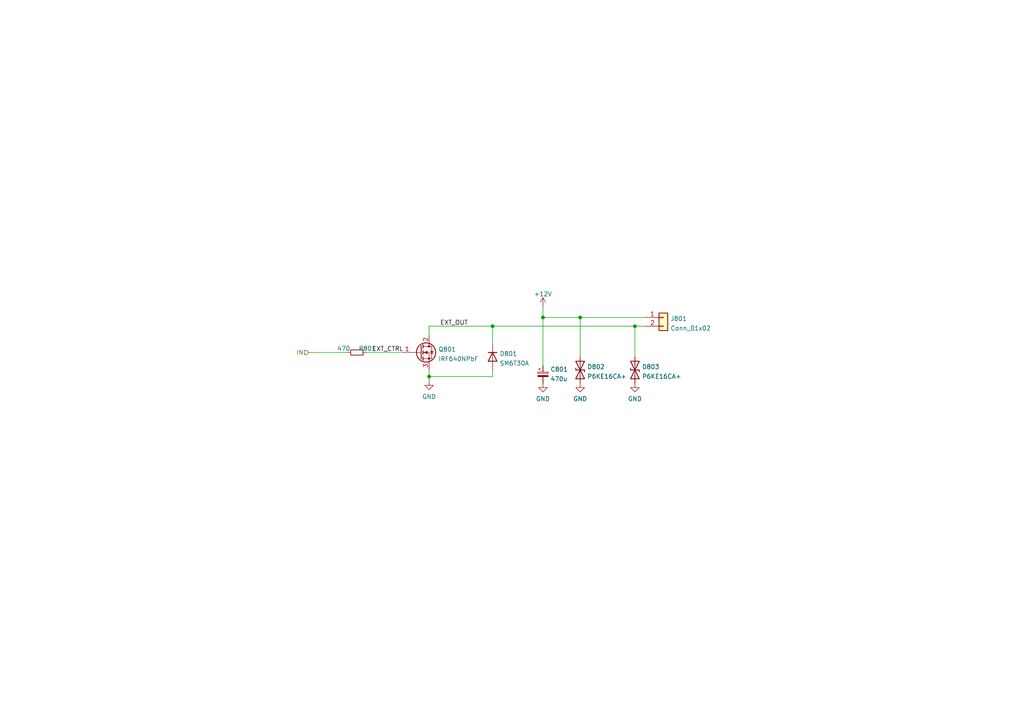
<source format=kicad_sch>
(kicad_sch (version 20211123) (generator eeschema)
  (paper "A4")
  (lib_symbols
    (symbol "Connector_Generic:Conn_01x02" (pin_names (offset 1.016) hide)
      (property "Reference" "J" (at 0 2.54 0))
      (property "Value" "Conn_01x02" (at 0 -5.08 0))
      (symbol "Conn_01x02_1_1"
        (rectangle (start -1.27 -2.413) (end 0 -2.667) (stroke (width 0.1524)))
        (rectangle (start -1.27 0.127) (end 0 -0.127) (stroke (width 0.1524)))
        (rectangle (start -1.27 1.27) (end 1.27 -3.81) (stroke (width 0.254)) (fill (type background)))
        (pin passive line (at -5.08 0 0) (length 3.81) (name "Pin_1") (number "1"))
        (pin passive line (at -5.08 -2.54 0) (length 3.81) (name "Pin_2") (number "2"))
      )
    )
    (symbol "Device:C_Polarized_Small" (pin_numbers hide) (pin_names (offset 0.254) hide)
      (property "Reference" "C" (at 0.254 1.778 0))
      (property "Value" "C_Polarized_Small" (at 0.254 -2.032 0))
      (symbol "C_Polarized_Small_0_1"
        (rectangle (start -1.524 -0.3048) (end 1.524 -0.6858) (fill (type outline)))
        (rectangle (start -1.524 0.6858) (end 1.524 0.3048))
        (polyline (pts (xy -1.27 1.524) (xy -0.762 1.524)))
        (polyline (pts (xy -1.016 1.27) (xy -1.016 1.778)))
      )
      (symbol "C_Polarized_Small_1_1"
        (pin passive line (at 0 2.54 270) (length 1.8542) (name "~") (number "1"))
        (pin passive line (at 0 -2.54 90) (length 1.8542) (name "~") (number "2"))
      )
    )
    (symbol "Device:D" (pin_numbers hide) (pin_names (offset 1.016) hide)
      (property "Reference" "D" (at 0 2.54 0))
      (property "Value" "D" (at 0 -2.54 0))
      (symbol "D_0_1"
        (polyline (pts (xy -1.27 1.27) (xy -1.27 -1.27)) (stroke (width 0.254)))
        (polyline (pts (xy 1.27 0) (xy -1.27 0)))
        (polyline (pts (xy 1.27 1.27) (xy 1.27 -1.27) (xy -1.27 0) (xy 1.27 1.27)) (stroke (width 0.254)))
      )
      (symbol "D_1_1"
        (pin passive line (at -3.81 0 0) (length 2.54) (name "K") (number "1"))
        (pin passive line (at 3.81 0 180) (length 2.54) (name "A") (number "2"))
      )
    )
    (symbol "Device:D_TVS" (pin_numbers hide) (pin_names (offset 1.016) hide)
      (property "Reference" "D" (at 0 2.54 0))
      (property "Value" "D_TVS" (at 0 -2.54 0))
      (symbol "D_TVS_0_1"
        (polyline (pts (xy 1.27 0) (xy -1.27 0)))
        (polyline (pts (xy 0.508 1.27) (xy 0 1.27) (xy 0 -1.27) (xy -0.508 -1.27)) (stroke (width 0.254)))
        (polyline (pts (xy -2.54 1.27) (xy -2.54 -1.27) (xy 2.54 1.27) (xy 2.54 -1.27) (xy -2.54 1.27)) (stroke (width 0.254)))
      )
      (symbol "D_TVS_1_1"
        (pin passive line (at -3.81 0 0) (length 2.54) (name "A1") (number "1"))
        (pin passive line (at 3.81 0 180) (length 2.54) (name "A2") (number "2"))
      )
    )
    (symbol "Device:Q_NMOS_GDS" (pin_names (offset 0) hide)
      (property "Reference" "Q" (at 5.08 1.27 0))
      (property "Value" "Q_NMOS_GDS" (at 5.08 -1.27 0))
      (symbol "Q_NMOS_GDS_0_1"
        (polyline (pts (xy 0.254 0) (xy -2.54 0)))
        (polyline (pts (xy 0.254 1.905) (xy 0.254 -1.905)) (stroke (width 0.254)))
        (polyline (pts (xy 0.762 -1.27) (xy 0.762 -2.286)) (stroke (width 0.254)))
        (polyline (pts (xy 0.762 0.508) (xy 0.762 -0.508)) (stroke (width 0.254)))
        (polyline (pts (xy 0.762 2.286) (xy 0.762 1.27)) (stroke (width 0.254)))
        (polyline (pts (xy 2.54 2.54) (xy 2.54 1.778)))
        (polyline (pts (xy 2.54 -2.54) (xy 2.54 0) (xy 0.762 0)))
        (polyline (pts (xy 0.762 -1.778) (xy 3.302 -1.778) (xy 3.302 1.778) (xy 0.762 1.778)))
        (polyline (pts (xy 1.016 0) (xy 2.032 0.381) (xy 2.032 -0.381) (xy 1.016 0)) (fill (type outline)))
        (polyline (pts (xy 2.794 0.508) (xy 2.921 0.381) (xy 3.683 0.381) (xy 3.81 0.254)))
        (polyline (pts (xy 3.302 0.381) (xy 2.921 -0.254) (xy 3.683 -0.254) (xy 3.302 0.381)))
        (circle (center 1.651 0) (radius 2.794) (stroke (width 0.254)))
        (circle (center 2.54 -1.778) (radius 0.254) (fill (type outline)))
        (circle (center 2.54 1.778) (radius 0.254) (fill (type outline)))
      )
      (symbol "Q_NMOS_GDS_1_1"
        (pin input line (at -5.08 0 0) (length 2.54) (name "G") (number "1"))
        (pin passive line (at 2.54 5.08 270) (length 2.54) (name "D") (number "2"))
        (pin passive line (at 2.54 -5.08 90) (length 2.54) (name "S") (number "3"))
      )
    )
    (symbol "Device:R_Small" (pin_numbers hide) (pin_names (offset 0.254) hide)
      (property "Reference" "R" (at 0.762 0.508 0))
      (property "Value" "R_Small" (at 0.762 -1.016 0))
      (symbol "R_Small_0_1"
        (rectangle (start -0.762 1.778) (end 0.762 -1.778) (stroke (width 0.2032)))
      )
      (symbol "R_Small_1_1"
        (pin passive line (at 0 2.54 270) (length 0.762) (name "~") (number "1"))
        (pin passive line (at 0 -2.54 90) (length 0.762) (name "~") (number "2"))
      )
    )
    (symbol "power:+12V" (power) (pin_names (offset 0))
      (property "Value" "+12V" (at 0 3.556 0))
      (symbol "+12V_0_1"
        (polyline (pts (xy -0.762 1.27) (xy 0 2.54)))
        (polyline (pts (xy 0 0) (xy 0 2.54)))
        (polyline (pts (xy 0 2.54) (xy 0.762 1.27)))
      )
      (symbol "+12V_1_1"
        (pin power_in line (at 0 0 90) (length 0) hide (name "+12V") (number "1"))
      )
    )
    (symbol "power:GND" (power) (pin_names (offset 0))
      (property "Value" "GND" (at 0 -3.81 0))
      (symbol "GND_0_1"
        (polyline (pts (xy 0 0) (xy 0 -1.27) (xy 1.27 -1.27) (xy 0 -2.54) (xy -1.27 -1.27) (xy 0 -1.27)))
      )
      (symbol "GND_1_1"
        (pin power_in line (at 0 0 270) (length 0) hide (name "GND") (number "1"))
      )
    )
  )
  (junction (at 124.46 109.22))
  (junction (at 157.48 92.075))
  (junction (at 184.15 94.615))
  (junction (at 142.875 94.615))
  (junction (at 168.275 92.075))
  (wire (pts (xy 142.875 94.615) (xy 142.875 99.695)))
  (wire (pts (xy 168.275 92.075) (xy 168.275 103.505)))
  (wire (pts (xy 89.535 102.235) (xy 100.965 102.235)))
  (wire (pts (xy 142.875 109.22) (xy 124.46 109.22)))
  (wire (pts (xy 124.46 94.615) (xy 124.46 97.155)))
  (wire (pts (xy 142.875 94.615) (xy 184.15 94.615)))
  (wire (pts (xy 157.48 88.9) (xy 157.48 92.075)))
  (wire (pts (xy 184.15 94.615) (xy 187.325 94.615)))
  (wire (pts (xy 106.045 102.235) (xy 116.84 102.235)))
  (wire (pts (xy 168.275 92.075) (xy 187.325 92.075)))
  (wire (pts (xy 124.46 109.22) (xy 124.46 110.49)))
  (wire (pts (xy 142.875 94.615) (xy 124.46 94.615)))
  (wire (pts (xy 184.15 94.615) (xy 184.15 103.505)))
  (wire (pts (xy 157.48 92.075) (xy 168.275 92.075)))
  (wire (pts (xy 124.46 107.315) (xy 124.46 109.22)))
  (wire (pts (xy 142.875 107.315) (xy 142.875 109.22)))
  (wire (pts (xy 157.48 106.045) (xy 157.48 92.075)))
  (label "EXT_OUT" (at 127.635 94.615 0))
  (label "EXT_CTRL" (at 107.95 102.235 0))
  (hierarchical_label "IN" (shape input) (at 89.535 102.235 180))
  (symbol (lib_id "power:GND") (at 184.15 111.125 0)
    (property "Reference" "#PWR0805" (effects hide))
    (property "Value" "GND" (at 184.15 115.6875 0))
  )
  (symbol (lib_id "power:GND") (at 124.46 110.49 0)
    (property "Reference" "#PWR0801" (effects hide))
    (property "Value" "GND" (at 124.46 115.0525 0))
  )
  (symbol (lib_id "Device:D") (at 142.875 103.505 270)
    (property "Reference" "D801" (at 144.907 102.5965 90) (effects (justify left)))
    (property "Value" "SM6T30A" (at 144.907 105.3716 90) (effects (justify left)))
    (property "Footprint" "Diode_SMD:D_SMB" (effects hide))
  )
  (symbol (lib_id "Device:D_TVS") (at 168.275 107.315 90)
    (property "Reference" "D802" (at 170.307 106.4065 90) (effects (justify right)))
    (property "Value" "P6KE16CA+" (at 170.307 109.1816 90) (effects (justify right)))
    (property "Footprint" "Diode_THT:D_DO-15_P2.54mm_Vertical_AnodeUp" (effects hide))
    (property "Datasheet" "https://www.farnell.com/datasheets/2861222.pdf" (effects hide))
  )
  (symbol (lib_id "power:+12V") (at 157.48 88.9 0)
    (property "Reference" "#PWR0802" (effects hide))
    (property "Value" "+12V" (at 157.48 85.2955 0))
  )
  (symbol (lib_id "power:GND") (at 157.48 111.125 0)
    (property "Reference" "#PWR0803" (effects hide))
    (property "Value" "GND" (at 157.48 115.6875 0))
  )
  (symbol (lib_id "Connector_Generic:Conn_01x02") (at 192.405 92.075 0)
    (property "Reference" "J801" (at 194.437 92.4365 0) (effects (justify left)))
    (property "Value" "Conn_01x02" (at 194.437 95.2116 0) (effects (justify left)))
    (property "Footprint" "TerminalBlock:TerminalBlock_bornier-2_P5.08mm" (effects hide))
  )
  (symbol (lib_id "Device:D_TVS") (at 184.15 107.315 90)
    (property "Reference" "D803" (at 186.182 106.4065 90) (effects (justify right)))
    (property "Value" "P6KE16CA+" (at 186.182 109.1816 90) (effects (justify right)))
    (property "Footprint" "Diode_THT:D_DO-15_P2.54mm_Vertical_AnodeUp" (effects hide))
    (property "Datasheet" "https://www.farnell.com/datasheets/2861222.pdf" (effects hide))
  )
  (symbol (lib_id "Device:Q_NMOS_GDS") (at 121.92 102.235 0)
    (property "Reference" "Q801" (at 127.127 101.3265 0) (effects (justify left)))
    (property "Value" "IRF640NPbF" (at 127.127 104.1016 0) (effects (justify left)))
    (property "Footprint" "Package_TO_SOT_SMD:TO-263-2" (effects hide))
  )
  (symbol (lib_id "Device:C_Polarized_Small") (at 157.48 108.585 0)
    (property "Reference" "C801" (at 159.639 107.1304 0) (effects (justify left)))
    (property "Value" "470u" (at 159.639 109.9055 0) (effects (justify left)))
    (property "Footprint" "Capacitor_SMD:CP_Elec_10x10.5" (effects hide))
  )
  (symbol (lib_id "power:GND") (at 168.275 111.125 0)
    (property "Reference" "#PWR0804" (effects hide))
    (property "Value" "GND" (at 168.275 115.6875 0))
  )
  (symbol (lib_id "Device:R_Small") (at 103.505 102.235 90)
    (property "Reference" "R801" (at 106.553 101.092 90))
    (property "Value" "470" (at 99.695 101.092 90))
    (property "Footprint" "Resistor_SMD:R_0603_1608Metric_Pad0.98x0.95mm_HandSolder" (effects hide))
  )
)
</source>
